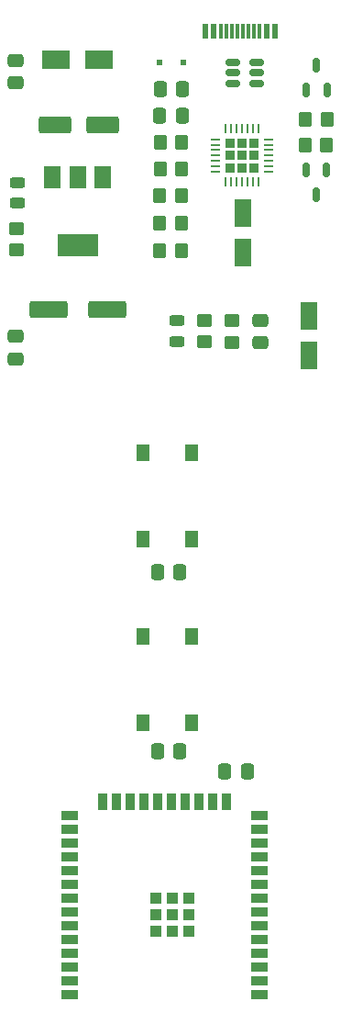
<source format=gbr>
%TF.GenerationSoftware,KiCad,Pcbnew,(6.0.11-0)*%
%TF.CreationDate,2023-11-09T08:58:10+01:00*%
%TF.ProjectId,ZESP32,5a455350-3332-42e6-9b69-6361645f7063,rev?*%
%TF.SameCoordinates,Original*%
%TF.FileFunction,Paste,Top*%
%TF.FilePolarity,Positive*%
%FSLAX46Y46*%
G04 Gerber Fmt 4.6, Leading zero omitted, Abs format (unit mm)*
G04 Created by KiCad (PCBNEW (6.0.11-0)) date 2023-11-09 08:58:10*
%MOMM*%
%LPD*%
G01*
G04 APERTURE LIST*
G04 Aperture macros list*
%AMRoundRect*
0 Rectangle with rounded corners*
0 $1 Rounding radius*
0 $2 $3 $4 $5 $6 $7 $8 $9 X,Y pos of 4 corners*
0 Add a 4 corners polygon primitive as box body*
4,1,4,$2,$3,$4,$5,$6,$7,$8,$9,$2,$3,0*
0 Add four circle primitives for the rounded corners*
1,1,$1+$1,$2,$3*
1,1,$1+$1,$4,$5*
1,1,$1+$1,$6,$7*
1,1,$1+$1,$8,$9*
0 Add four rect primitives between the rounded corners*
20,1,$1+$1,$2,$3,$4,$5,0*
20,1,$1+$1,$4,$5,$6,$7,0*
20,1,$1+$1,$6,$7,$8,$9,0*
20,1,$1+$1,$8,$9,$2,$3,0*%
G04 Aperture macros list end*
%ADD10R,1.300000X1.550000*%
%ADD11RoundRect,0.150000X-0.150000X0.512500X-0.150000X-0.512500X0.150000X-0.512500X0.150000X0.512500X0*%
%ADD12RoundRect,0.250000X-0.550000X1.050000X-0.550000X-1.050000X0.550000X-1.050000X0.550000X1.050000X0*%
%ADD13RoundRect,0.250000X-0.350000X-0.450000X0.350000X-0.450000X0.350000X0.450000X-0.350000X0.450000X0*%
%ADD14RoundRect,0.250000X0.550000X-1.050000X0.550000X1.050000X-0.550000X1.050000X-0.550000X-1.050000X0*%
%ADD15RoundRect,0.250000X0.337500X0.475000X-0.337500X0.475000X-0.337500X-0.475000X0.337500X-0.475000X0*%
%ADD16RoundRect,0.250000X0.350000X0.450000X-0.350000X0.450000X-0.350000X-0.450000X0.350000X-0.450000X0*%
%ADD17RoundRect,0.150000X-0.512500X-0.150000X0.512500X-0.150000X0.512500X0.150000X-0.512500X0.150000X0*%
%ADD18R,1.500000X0.900000*%
%ADD19R,0.900000X1.500000*%
%ADD20R,1.050000X1.050000*%
%ADD21RoundRect,0.250000X0.475000X-0.337500X0.475000X0.337500X-0.475000X0.337500X-0.475000X-0.337500X0*%
%ADD22RoundRect,0.250000X-0.337500X-0.475000X0.337500X-0.475000X0.337500X0.475000X-0.337500X0.475000X0*%
%ADD23R,0.600000X1.450000*%
%ADD24R,0.300000X1.450000*%
%ADD25RoundRect,0.250000X-1.500000X-0.550000X1.500000X-0.550000X1.500000X0.550000X-1.500000X0.550000X0*%
%ADD26RoundRect,0.250000X0.450000X-0.350000X0.450000X0.350000X-0.450000X0.350000X-0.450000X-0.350000X0*%
%ADD27RoundRect,0.243750X-0.456250X0.243750X-0.456250X-0.243750X0.456250X-0.243750X0.456250X0.243750X0*%
%ADD28RoundRect,0.225000X-0.225000X0.225000X-0.225000X-0.225000X0.225000X-0.225000X0.225000X0.225000X0*%
%ADD29RoundRect,0.062500X-0.062500X0.337500X-0.062500X-0.337500X0.062500X-0.337500X0.062500X0.337500X0*%
%ADD30RoundRect,0.062500X-0.337500X0.062500X-0.337500X-0.062500X0.337500X-0.062500X0.337500X0.062500X0*%
%ADD31R,0.500000X0.500000*%
%ADD32RoundRect,0.250000X-1.250000X-0.550000X1.250000X-0.550000X1.250000X0.550000X-1.250000X0.550000X0*%
%ADD33R,1.500000X2.000000*%
%ADD34R,3.800000X2.000000*%
%ADD35RoundRect,0.150000X0.150000X-0.512500X0.150000X0.512500X-0.150000X0.512500X-0.150000X-0.512500X0*%
%ADD36RoundRect,0.250000X-0.475000X0.337500X-0.475000X-0.337500X0.475000X-0.337500X0.475000X0.337500X0*%
%ADD37R,2.500000X1.800000*%
%ADD38RoundRect,0.243750X0.456250X-0.243750X0.456250X0.243750X-0.456250X0.243750X-0.456250X-0.243750X0*%
G04 APERTURE END LIST*
D10*
%TO.C,SW1*%
X95651000Y-107912000D03*
X95651000Y-115862000D03*
X100151000Y-107912000D03*
X100151000Y-115862000D03*
%TD*%
D11*
%TO.C,Q1*%
X110708400Y-64927900D03*
X112608400Y-64927900D03*
X111658400Y-67202900D03*
%TD*%
D12*
%TO.C,C9*%
X104871600Y-68944000D03*
X104871600Y-72544000D03*
%TD*%
D13*
%TO.C,R8*%
X110662800Y-60228400D03*
X112662800Y-60228400D03*
%TD*%
D14*
%TO.C,C3*%
X110967600Y-81992800D03*
X110967600Y-78392800D03*
%TD*%
D15*
%TO.C,C12*%
X99305100Y-59888800D03*
X97230100Y-59888800D03*
%TD*%
D16*
%TO.C,R4*%
X99267600Y-64867200D03*
X97267600Y-64867200D03*
%TD*%
D17*
%TO.C,U1*%
X103937300Y-55027200D03*
X103937300Y-55977200D03*
X103937300Y-56927200D03*
X106212300Y-56927200D03*
X106212300Y-55977200D03*
X106212300Y-55027200D03*
%TD*%
D18*
%TO.C,U4*%
X106413000Y-140965000D03*
X106413000Y-139695000D03*
X106413000Y-138425000D03*
X106413000Y-137155000D03*
X106413000Y-135885000D03*
X106413000Y-134615000D03*
X106413000Y-133345000D03*
X106413000Y-132075000D03*
X106413000Y-130805000D03*
X106413000Y-129535000D03*
X106413000Y-128265000D03*
X106413000Y-126995000D03*
X106413000Y-125725000D03*
X106413000Y-124455000D03*
D19*
X103373000Y-123205000D03*
X102103000Y-123205000D03*
X100833000Y-123205000D03*
X99563000Y-123205000D03*
X98293000Y-123205000D03*
X97023000Y-123205000D03*
X95753000Y-123205000D03*
X94483000Y-123205000D03*
X93213000Y-123205000D03*
X91943000Y-123205000D03*
D18*
X88913000Y-124455000D03*
X88913000Y-125725000D03*
X88913000Y-126995000D03*
X88913000Y-128265000D03*
X88913000Y-129535000D03*
X88913000Y-130805000D03*
X88913000Y-132075000D03*
X88913000Y-133345000D03*
X88913000Y-134615000D03*
X88913000Y-135885000D03*
X88913000Y-137155000D03*
X88913000Y-138425000D03*
X88913000Y-139695000D03*
X88913000Y-140965000D03*
D20*
X98343000Y-135150000D03*
X96818000Y-132100000D03*
X96818000Y-135150000D03*
X98343000Y-132100000D03*
X99868000Y-135150000D03*
X96818000Y-133625000D03*
X99868000Y-133625000D03*
X98343000Y-133625000D03*
X99868000Y-132100000D03*
%TD*%
D21*
%TO.C,C7*%
X106497200Y-80874700D03*
X106497200Y-78799700D03*
%TD*%
D22*
%TO.C,C1*%
X97006500Y-118491000D03*
X99081500Y-118491000D03*
%TD*%
D23*
%TO.C,J2*%
X107898000Y-52178000D03*
X107098000Y-52178000D03*
D24*
X105898000Y-52178000D03*
X104898000Y-52178000D03*
X104398000Y-52178000D03*
X103398000Y-52178000D03*
D23*
X102198000Y-52178000D03*
X101398000Y-52178000D03*
X101398000Y-52178000D03*
X102198000Y-52178000D03*
D24*
X102898000Y-52178000D03*
X103898000Y-52178000D03*
X105398000Y-52178000D03*
X106398000Y-52178000D03*
D23*
X107098000Y-52178000D03*
X107898000Y-52178000D03*
%TD*%
D25*
%TO.C,C10*%
X86931600Y-77805200D03*
X92331600Y-77805200D03*
%TD*%
D26*
%TO.C,R2*%
X83992800Y-72302800D03*
X83992800Y-70302800D03*
%TD*%
D15*
%TO.C,C8*%
X105304500Y-120396000D03*
X103229500Y-120396000D03*
%TD*%
D16*
%TO.C,R6*%
X99216800Y-67305600D03*
X97216800Y-67305600D03*
%TD*%
D26*
%TO.C,R1*%
X103906400Y-80837200D03*
X103906400Y-78837200D03*
%TD*%
D27*
%TO.C,D3*%
X84043600Y-66098100D03*
X84043600Y-67973100D03*
%TD*%
D13*
%TO.C,R7*%
X97216800Y-72334800D03*
X99216800Y-72334800D03*
%TD*%
%TO.C,R3*%
X97267600Y-62378000D03*
X99267600Y-62378000D03*
%TD*%
%TO.C,R9*%
X110628000Y-62616000D03*
X112628000Y-62616000D03*
%TD*%
D28*
%TO.C,U3*%
X103700800Y-62477200D03*
X105940800Y-62477200D03*
X105940800Y-64717200D03*
X105940800Y-63597200D03*
X103700800Y-64717200D03*
X104820800Y-62477200D03*
X104820800Y-63597200D03*
X103700800Y-63597200D03*
X104820800Y-64717200D03*
D29*
X106320800Y-61147200D03*
X105820800Y-61147200D03*
X105320800Y-61147200D03*
X104820800Y-61147200D03*
X104320800Y-61147200D03*
X103820800Y-61147200D03*
X103320800Y-61147200D03*
D30*
X102370800Y-62097200D03*
X102370800Y-62597200D03*
X102370800Y-63097200D03*
X102370800Y-63597200D03*
X102370800Y-64097200D03*
X102370800Y-64597200D03*
X102370800Y-65097200D03*
D29*
X103320800Y-66047200D03*
X103820800Y-66047200D03*
X104320800Y-66047200D03*
X104820800Y-66047200D03*
X105320800Y-66047200D03*
X105820800Y-66047200D03*
X106320800Y-66047200D03*
D30*
X107270800Y-65097200D03*
X107270800Y-64597200D03*
X107270800Y-64097200D03*
X107270800Y-63597200D03*
X107270800Y-63097200D03*
X107270800Y-62597200D03*
X107270800Y-62097200D03*
%TD*%
D31*
%TO.C,D2*%
X97218400Y-55012000D03*
X99418400Y-55012000D03*
%TD*%
D32*
%TO.C,C6*%
X87584000Y-60736400D03*
X91984000Y-60736400D03*
%TD*%
D15*
%TO.C,C5*%
X99355900Y-57450400D03*
X97280900Y-57450400D03*
%TD*%
D26*
%TO.C,R10*%
X101366400Y-80786400D03*
X101366400Y-78786400D03*
%TD*%
D10*
%TO.C,SW2*%
X95651000Y-90992000D03*
X95651000Y-98942000D03*
X100151000Y-98942000D03*
X100151000Y-90992000D03*
%TD*%
D33*
%TO.C,U2*%
X91931600Y-65562000D03*
D34*
X89631600Y-71862000D03*
D33*
X89631600Y-65562000D03*
X87331600Y-65562000D03*
%TD*%
D35*
%TO.C,Q2*%
X112659200Y-57550900D03*
X110759200Y-57550900D03*
X111709200Y-55275900D03*
%TD*%
D22*
%TO.C,C2*%
X97006500Y-101981000D03*
X99081500Y-101981000D03*
%TD*%
D13*
%TO.C,R5*%
X97216800Y-69845600D03*
X99216800Y-69845600D03*
%TD*%
D36*
%TO.C,C4*%
X83942000Y-54822100D03*
X83942000Y-56897100D03*
%TD*%
D37*
%TO.C,D1*%
X87631600Y-54792800D03*
X91631600Y-54792800D03*
%TD*%
D36*
%TO.C,C11*%
X83942000Y-80272900D03*
X83942000Y-82347900D03*
%TD*%
D38*
%TO.C,D4*%
X98775600Y-80723900D03*
X98775600Y-78848900D03*
%TD*%
M02*

</source>
